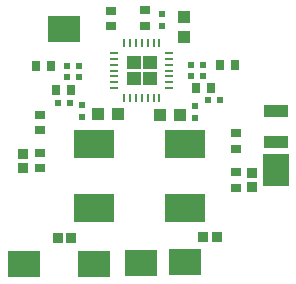
<source format=gbr>
G04 EAGLE Gerber RS-274X export*
G75*
%MOMM*%
%FSLAX34Y34*%
%LPD*%
%INSolderpaste Top*%
%IPPOS*%
%AMOC8*
5,1,8,0,0,1.08239X$1,22.5*%
G01*
%ADD10R,2.800000X2.200000*%
%ADD11R,2.200000X2.800000*%
%ADD12R,0.750000X0.240000*%
%ADD13R,0.240000X0.750000*%
%ADD14R,1.100000X1.000000*%
%ADD15R,1.000000X1.100000*%
%ADD16R,0.600000X0.600000*%
%ADD17R,0.900000X0.700000*%
%ADD18R,0.900000X0.850000*%
%ADD19R,0.850000X0.900000*%
%ADD20R,0.700000X0.900000*%
%ADD21R,2.006600X1.104900*%
%ADD22R,3.429000X2.478800*%

G36*
X142982Y148375D02*
X142982Y148375D01*
X142984Y148374D01*
X143027Y148394D01*
X143071Y148412D01*
X143071Y148414D01*
X143073Y148415D01*
X143106Y148500D01*
X143106Y159980D01*
X143105Y159982D01*
X143106Y159984D01*
X143086Y160027D01*
X143068Y160071D01*
X143066Y160071D01*
X143065Y160073D01*
X142980Y160106D01*
X131500Y160106D01*
X131498Y160105D01*
X131496Y160106D01*
X131453Y160086D01*
X131409Y160068D01*
X131409Y160066D01*
X131407Y160065D01*
X131374Y159980D01*
X131374Y148500D01*
X131375Y148498D01*
X131374Y148496D01*
X131394Y148453D01*
X131412Y148409D01*
X131414Y148409D01*
X131415Y148407D01*
X131500Y148374D01*
X142980Y148374D01*
X142982Y148375D01*
G37*
G36*
X129502Y148375D02*
X129502Y148375D01*
X129504Y148374D01*
X129547Y148394D01*
X129591Y148412D01*
X129591Y148414D01*
X129593Y148415D01*
X129626Y148500D01*
X129626Y159980D01*
X129625Y159982D01*
X129626Y159984D01*
X129606Y160027D01*
X129588Y160071D01*
X129586Y160071D01*
X129585Y160073D01*
X129500Y160106D01*
X118020Y160106D01*
X118018Y160105D01*
X118016Y160106D01*
X117973Y160086D01*
X117929Y160068D01*
X117929Y160066D01*
X117927Y160065D01*
X117894Y159980D01*
X117894Y148500D01*
X117895Y148498D01*
X117894Y148496D01*
X117914Y148453D01*
X117932Y148409D01*
X117934Y148409D01*
X117935Y148407D01*
X118020Y148374D01*
X129500Y148374D01*
X129502Y148375D01*
G37*
G36*
X129502Y134895D02*
X129502Y134895D01*
X129504Y134894D01*
X129547Y134914D01*
X129591Y134932D01*
X129591Y134934D01*
X129593Y134935D01*
X129626Y135020D01*
X129626Y146500D01*
X129625Y146502D01*
X129626Y146504D01*
X129606Y146547D01*
X129588Y146591D01*
X129586Y146591D01*
X129585Y146593D01*
X129500Y146626D01*
X118020Y146626D01*
X118018Y146625D01*
X118016Y146626D01*
X117973Y146606D01*
X117929Y146588D01*
X117929Y146586D01*
X117927Y146585D01*
X117894Y146500D01*
X117894Y135020D01*
X117895Y135018D01*
X117894Y135016D01*
X117914Y134973D01*
X117932Y134929D01*
X117934Y134929D01*
X117935Y134927D01*
X118020Y134894D01*
X129500Y134894D01*
X129502Y134895D01*
G37*
G36*
X142982Y134895D02*
X142982Y134895D01*
X142984Y134894D01*
X143027Y134914D01*
X143071Y134932D01*
X143071Y134934D01*
X143073Y134935D01*
X143106Y135020D01*
X143106Y146500D01*
X143105Y146502D01*
X143106Y146504D01*
X143086Y146547D01*
X143068Y146591D01*
X143066Y146591D01*
X143065Y146593D01*
X142980Y146626D01*
X131500Y146626D01*
X131498Y146625D01*
X131496Y146626D01*
X131453Y146606D01*
X131409Y146588D01*
X131409Y146586D01*
X131407Y146585D01*
X131374Y146500D01*
X131374Y135020D01*
X131375Y135018D01*
X131374Y135016D01*
X131394Y134973D01*
X131412Y134929D01*
X131414Y134929D01*
X131415Y134927D01*
X131500Y134894D01*
X142980Y134894D01*
X142982Y134895D01*
G37*
D10*
X129500Y-15500D03*
X30500Y-16500D03*
X64500Y183000D03*
X167000Y-15000D03*
D11*
X244000Y63500D03*
D10*
X90500Y-16000D03*
D12*
X107250Y162500D03*
X107250Y157500D03*
X107250Y152500D03*
X107250Y147500D03*
X107250Y142500D03*
X107250Y137500D03*
X107250Y132500D03*
D13*
X115500Y124250D03*
X120500Y124250D03*
X125500Y124250D03*
X130500Y124250D03*
X135500Y124250D03*
X140500Y124250D03*
X145500Y124250D03*
D12*
X153750Y132500D03*
X153750Y137500D03*
X153750Y142500D03*
X153750Y147500D03*
X153750Y152500D03*
X153750Y157500D03*
X153750Y162500D03*
D13*
X145500Y170750D03*
X140500Y170750D03*
X135500Y170750D03*
X130500Y170750D03*
X125500Y170750D03*
X120500Y170750D03*
X115500Y170750D03*
D14*
X110400Y110800D03*
X93400Y110800D03*
X145900Y109700D03*
X162900Y109700D03*
D15*
X166100Y175900D03*
X166100Y192900D03*
D16*
X147500Y185000D03*
X147500Y195000D03*
D17*
X44800Y64700D03*
X44800Y77700D03*
X44400Y97200D03*
X44400Y110200D03*
X210500Y61300D03*
X210500Y48300D03*
X210400Y94300D03*
X210400Y81300D03*
D18*
X223900Y48900D03*
X223900Y60500D03*
X30300Y76700D03*
X30300Y65100D03*
D19*
X182800Y6700D03*
X194400Y6700D03*
X59300Y6100D03*
X70900Y6100D03*
D16*
X176000Y107600D03*
X176000Y117600D03*
X79900Y118400D03*
X79900Y108400D03*
X186600Y122800D03*
X196600Y122800D03*
X69900Y119800D03*
X59900Y119800D03*
D17*
X133400Y198400D03*
X133400Y185400D03*
X104100Y197900D03*
X104100Y184900D03*
D16*
X77400Y141700D03*
X67400Y141700D03*
X172600Y142700D03*
X182600Y142700D03*
D20*
X57600Y130900D03*
X70600Y130900D03*
X189400Y132700D03*
X176400Y132700D03*
D16*
X172600Y152500D03*
X182600Y152500D03*
X77400Y151600D03*
X67400Y151600D03*
D20*
X209400Y151900D03*
X196400Y151900D03*
X40600Y151000D03*
X53600Y151000D03*
D21*
X244000Y86983D03*
X244000Y113018D03*
D22*
X90000Y85126D03*
X90000Y30874D03*
X167000Y30874D03*
X167000Y85126D03*
M02*

</source>
